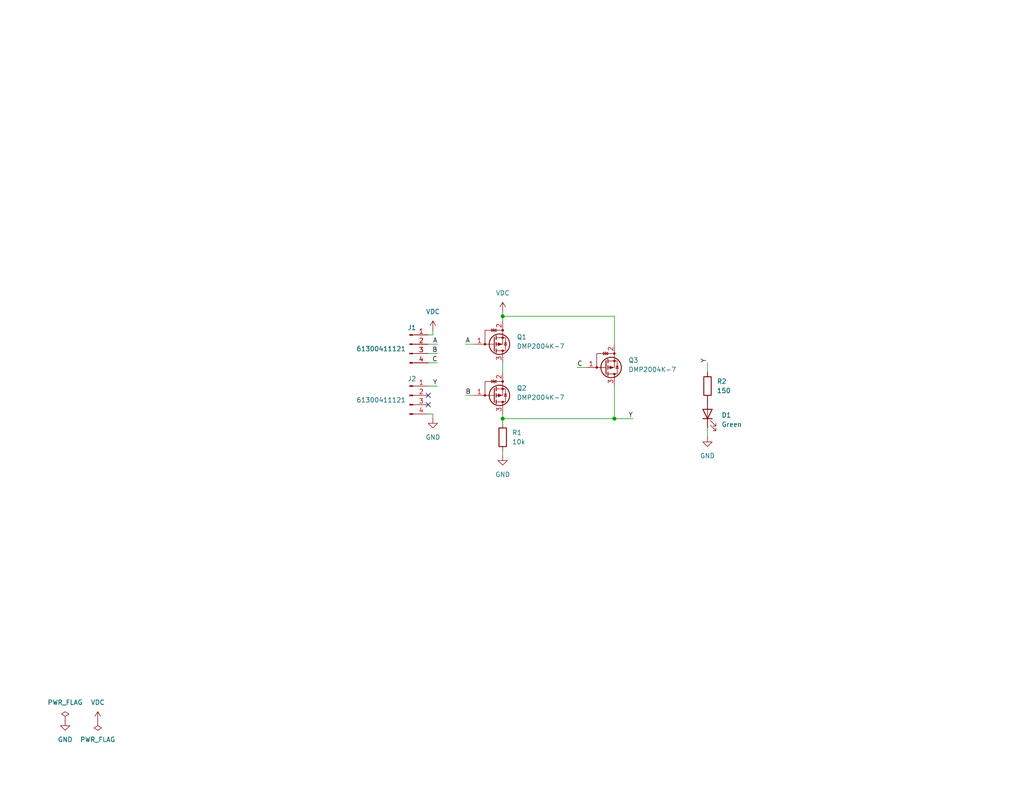
<source format=kicad_sch>
(kicad_sch
	(version 20250114)
	(generator "eeschema")
	(generator_version "9.0")
	(uuid "d7c5b3c9-994f-4e40-bfb0-c7e3778f008f")
	(paper "USLetter")
	(title_block
		(title "OAI")
		(date "2025-04-12")
		(rev "1")
	)
	(lib_symbols
		(symbol "Connector:Conn_01x04_Pin"
			(pin_names
				(offset 1.016)
				(hide yes)
			)
			(exclude_from_sim no)
			(in_bom yes)
			(on_board yes)
			(property "Reference" "J"
				(at 0 5.08 0)
				(effects
					(font
						(size 1.27 1.27)
					)
				)
			)
			(property "Value" "Conn_01x04_Pin"
				(at 0 -7.62 0)
				(effects
					(font
						(size 1.27 1.27)
					)
				)
			)
			(property "Footprint" ""
				(at 0 0 0)
				(effects
					(font
						(size 1.27 1.27)
					)
					(hide yes)
				)
			)
			(property "Datasheet" "~"
				(at 0 0 0)
				(effects
					(font
						(size 1.27 1.27)
					)
					(hide yes)
				)
			)
			(property "Description" "Generic connector, single row, 01x04, script generated"
				(at 0 0 0)
				(effects
					(font
						(size 1.27 1.27)
					)
					(hide yes)
				)
			)
			(property "ki_locked" ""
				(at 0 0 0)
				(effects
					(font
						(size 1.27 1.27)
					)
				)
			)
			(property "ki_keywords" "connector"
				(at 0 0 0)
				(effects
					(font
						(size 1.27 1.27)
					)
					(hide yes)
				)
			)
			(property "ki_fp_filters" "Connector*:*_1x??_*"
				(at 0 0 0)
				(effects
					(font
						(size 1.27 1.27)
					)
					(hide yes)
				)
			)
			(symbol "Conn_01x04_Pin_1_1"
				(rectangle
					(start 0.8636 2.667)
					(end 0 2.413)
					(stroke
						(width 0.1524)
						(type default)
					)
					(fill
						(type outline)
					)
				)
				(rectangle
					(start 0.8636 0.127)
					(end 0 -0.127)
					(stroke
						(width 0.1524)
						(type default)
					)
					(fill
						(type outline)
					)
				)
				(rectangle
					(start 0.8636 -2.413)
					(end 0 -2.667)
					(stroke
						(width 0.1524)
						(type default)
					)
					(fill
						(type outline)
					)
				)
				(rectangle
					(start 0.8636 -4.953)
					(end 0 -5.207)
					(stroke
						(width 0.1524)
						(type default)
					)
					(fill
						(type outline)
					)
				)
				(polyline
					(pts
						(xy 1.27 2.54) (xy 0.8636 2.54)
					)
					(stroke
						(width 0.1524)
						(type default)
					)
					(fill
						(type none)
					)
				)
				(polyline
					(pts
						(xy 1.27 0) (xy 0.8636 0)
					)
					(stroke
						(width 0.1524)
						(type default)
					)
					(fill
						(type none)
					)
				)
				(polyline
					(pts
						(xy 1.27 -2.54) (xy 0.8636 -2.54)
					)
					(stroke
						(width 0.1524)
						(type default)
					)
					(fill
						(type none)
					)
				)
				(polyline
					(pts
						(xy 1.27 -5.08) (xy 0.8636 -5.08)
					)
					(stroke
						(width 0.1524)
						(type default)
					)
					(fill
						(type none)
					)
				)
				(pin passive line
					(at 5.08 2.54 180)
					(length 3.81)
					(name "Pin_1"
						(effects
							(font
								(size 1.27 1.27)
							)
						)
					)
					(number "1"
						(effects
							(font
								(size 1.27 1.27)
							)
						)
					)
				)
				(pin passive line
					(at 5.08 0 180)
					(length 3.81)
					(name "Pin_2"
						(effects
							(font
								(size 1.27 1.27)
							)
						)
					)
					(number "2"
						(effects
							(font
								(size 1.27 1.27)
							)
						)
					)
				)
				(pin passive line
					(at 5.08 -2.54 180)
					(length 3.81)
					(name "Pin_3"
						(effects
							(font
								(size 1.27 1.27)
							)
						)
					)
					(number "3"
						(effects
							(font
								(size 1.27 1.27)
							)
						)
					)
				)
				(pin passive line
					(at 5.08 -5.08 180)
					(length 3.81)
					(name "Pin_4"
						(effects
							(font
								(size 1.27 1.27)
							)
						)
					)
					(number "4"
						(effects
							(font
								(size 1.27 1.27)
							)
						)
					)
				)
			)
			(embedded_fonts no)
		)
		(symbol "Device:LED"
			(pin_numbers
				(hide yes)
			)
			(pin_names
				(offset 1.016)
				(hide yes)
			)
			(exclude_from_sim no)
			(in_bom yes)
			(on_board yes)
			(property "Reference" "D"
				(at 0 2.54 0)
				(effects
					(font
						(size 1.27 1.27)
					)
				)
			)
			(property "Value" "LED"
				(at 0 -2.54 0)
				(effects
					(font
						(size 1.27 1.27)
					)
				)
			)
			(property "Footprint" ""
				(at 0 0 0)
				(effects
					(font
						(size 1.27 1.27)
					)
					(hide yes)
				)
			)
			(property "Datasheet" "~"
				(at 0 0 0)
				(effects
					(font
						(size 1.27 1.27)
					)
					(hide yes)
				)
			)
			(property "Description" "Light emitting diode"
				(at 0 0 0)
				(effects
					(font
						(size 1.27 1.27)
					)
					(hide yes)
				)
			)
			(property "Sim.Pins" "1=K 2=A"
				(at 0 0 0)
				(effects
					(font
						(size 1.27 1.27)
					)
					(hide yes)
				)
			)
			(property "ki_keywords" "LED diode"
				(at 0 0 0)
				(effects
					(font
						(size 1.27 1.27)
					)
					(hide yes)
				)
			)
			(property "ki_fp_filters" "LED* LED_SMD:* LED_THT:*"
				(at 0 0 0)
				(effects
					(font
						(size 1.27 1.27)
					)
					(hide yes)
				)
			)
			(symbol "LED_0_1"
				(polyline
					(pts
						(xy -3.048 -0.762) (xy -4.572 -2.286) (xy -3.81 -2.286) (xy -4.572 -2.286) (xy -4.572 -1.524)
					)
					(stroke
						(width 0)
						(type default)
					)
					(fill
						(type none)
					)
				)
				(polyline
					(pts
						(xy -1.778 -0.762) (xy -3.302 -2.286) (xy -2.54 -2.286) (xy -3.302 -2.286) (xy -3.302 -1.524)
					)
					(stroke
						(width 0)
						(type default)
					)
					(fill
						(type none)
					)
				)
				(polyline
					(pts
						(xy -1.27 0) (xy 1.27 0)
					)
					(stroke
						(width 0)
						(type default)
					)
					(fill
						(type none)
					)
				)
				(polyline
					(pts
						(xy -1.27 -1.27) (xy -1.27 1.27)
					)
					(stroke
						(width 0.254)
						(type default)
					)
					(fill
						(type none)
					)
				)
				(polyline
					(pts
						(xy 1.27 -1.27) (xy 1.27 1.27) (xy -1.27 0) (xy 1.27 -1.27)
					)
					(stroke
						(width 0.254)
						(type default)
					)
					(fill
						(type none)
					)
				)
			)
			(symbol "LED_1_1"
				(pin passive line
					(at -3.81 0 0)
					(length 2.54)
					(name "K"
						(effects
							(font
								(size 1.27 1.27)
							)
						)
					)
					(number "1"
						(effects
							(font
								(size 1.27 1.27)
							)
						)
					)
				)
				(pin passive line
					(at 3.81 0 180)
					(length 2.54)
					(name "A"
						(effects
							(font
								(size 1.27 1.27)
							)
						)
					)
					(number "2"
						(effects
							(font
								(size 1.27 1.27)
							)
						)
					)
				)
			)
			(embedded_fonts no)
		)
		(symbol "Device:R"
			(pin_numbers
				(hide yes)
			)
			(pin_names
				(offset 0)
			)
			(exclude_from_sim no)
			(in_bom yes)
			(on_board yes)
			(property "Reference" "R"
				(at 2.032 0 90)
				(effects
					(font
						(size 1.27 1.27)
					)
				)
			)
			(property "Value" "R"
				(at 0 0 90)
				(effects
					(font
						(size 1.27 1.27)
					)
				)
			)
			(property "Footprint" ""
				(at -1.778 0 90)
				(effects
					(font
						(size 1.27 1.27)
					)
					(hide yes)
				)
			)
			(property "Datasheet" "~"
				(at 0 0 0)
				(effects
					(font
						(size 1.27 1.27)
					)
					(hide yes)
				)
			)
			(property "Description" "Resistor"
				(at 0 0 0)
				(effects
					(font
						(size 1.27 1.27)
					)
					(hide yes)
				)
			)
			(property "ki_keywords" "R res resistor"
				(at 0 0 0)
				(effects
					(font
						(size 1.27 1.27)
					)
					(hide yes)
				)
			)
			(property "ki_fp_filters" "R_*"
				(at 0 0 0)
				(effects
					(font
						(size 1.27 1.27)
					)
					(hide yes)
				)
			)
			(symbol "R_0_1"
				(rectangle
					(start -1.016 -2.54)
					(end 1.016 2.54)
					(stroke
						(width 0.254)
						(type default)
					)
					(fill
						(type none)
					)
				)
			)
			(symbol "R_1_1"
				(pin passive line
					(at 0 3.81 270)
					(length 1.27)
					(name "~"
						(effects
							(font
								(size 1.27 1.27)
							)
						)
					)
					(number "1"
						(effects
							(font
								(size 1.27 1.27)
							)
						)
					)
				)
				(pin passive line
					(at 0 -3.81 90)
					(length 1.27)
					(name "~"
						(effects
							(font
								(size 1.27 1.27)
							)
						)
					)
					(number "2"
						(effects
							(font
								(size 1.27 1.27)
							)
						)
					)
				)
			)
			(embedded_fonts no)
		)
		(symbol "Logic:DMP2004K-7"
			(pin_names
				(offset 0)
				(hide yes)
			)
			(exclude_from_sim no)
			(in_bom yes)
			(on_board yes)
			(property "Reference" "Q"
				(at 5.08 1.905 0)
				(effects
					(font
						(size 1.27 1.27)
					)
					(justify left)
				)
			)
			(property "Value" "DMP2004K-7"
				(at 5.08 0 0)
				(effects
					(font
						(size 1.27 1.27)
					)
					(justify left)
				)
			)
			(property "Footprint" "Package_TO_SOT_SMD:SOT-23"
				(at 5.08 2.54 0)
				(effects
					(font
						(size 1.27 1.27)
					)
					(hide yes)
				)
			)
			(property "Datasheet" "https://www.diodes.com/assets/Datasheets/ds30933.pdf"
				(at 0 0 0)
				(effects
					(font
						(size 1.27 1.27)
					)
					(hide yes)
				)
			)
			(property "Description" "P-channel enhancement mode MOSFET"
				(at 0 0 0)
				(effects
					(font
						(size 1.27 1.27)
					)
					(hide yes)
				)
			)
			(property "ki_keywords" "transistor PMOS P-MOS P-MOSFET"
				(at 0 0 0)
				(effects
					(font
						(size 1.27 1.27)
					)
					(hide yes)
				)
			)
			(symbol "DMP2004K-7_0_1"
				(polyline
					(pts
						(xy 0.254 1.905) (xy 0.254 -1.905)
					)
					(stroke
						(width 0.254)
						(type default)
					)
					(fill
						(type none)
					)
				)
				(polyline
					(pts
						(xy 0.254 0) (xy -2.54 0)
					)
					(stroke
						(width 0)
						(type default)
					)
					(fill
						(type none)
					)
				)
				(polyline
					(pts
						(xy 0.762 2.286) (xy 0.762 1.27)
					)
					(stroke
						(width 0.254)
						(type default)
					)
					(fill
						(type none)
					)
				)
				(polyline
					(pts
						(xy 0.762 1.778) (xy 3.302 1.778) (xy 3.302 -1.778) (xy 0.762 -1.778)
					)
					(stroke
						(width 0)
						(type default)
					)
					(fill
						(type none)
					)
				)
				(polyline
					(pts
						(xy 0.762 0.508) (xy 0.762 -0.508)
					)
					(stroke
						(width 0.254)
						(type default)
					)
					(fill
						(type none)
					)
				)
				(polyline
					(pts
						(xy 0.762 -1.27) (xy 0.762 -2.286)
					)
					(stroke
						(width 0.254)
						(type default)
					)
					(fill
						(type none)
					)
				)
				(circle
					(center 1.651 0)
					(radius 2.794)
					(stroke
						(width 0.254)
						(type default)
					)
					(fill
						(type none)
					)
				)
				(polyline
					(pts
						(xy 2.286 0) (xy 1.27 0.381) (xy 1.27 -0.381) (xy 2.286 0)
					)
					(stroke
						(width 0)
						(type default)
					)
					(fill
						(type outline)
					)
				)
				(polyline
					(pts
						(xy 2.54 2.54) (xy 2.54 1.778)
					)
					(stroke
						(width 0)
						(type default)
					)
					(fill
						(type none)
					)
				)
				(circle
					(center 2.54 1.778)
					(radius 0.254)
					(stroke
						(width 0)
						(type default)
					)
					(fill
						(type outline)
					)
				)
				(circle
					(center 2.54 -1.778)
					(radius 0.254)
					(stroke
						(width 0)
						(type default)
					)
					(fill
						(type outline)
					)
				)
				(polyline
					(pts
						(xy 2.54 -3.81) (xy -2.286 -3.81) (xy -2.286 0)
					)
					(stroke
						(width 0)
						(type default)
					)
					(fill
						(type none)
					)
				)
				(polyline
					(pts
						(xy 2.54 -3.81) (xy 2.54 0) (xy 0.762 0)
					)
					(stroke
						(width 0)
						(type default)
					)
					(fill
						(type none)
					)
				)
				(polyline
					(pts
						(xy 2.921 -0.381) (xy 3.683 -0.381)
					)
					(stroke
						(width 0)
						(type default)
					)
					(fill
						(type none)
					)
				)
				(polyline
					(pts
						(xy 3.302 -0.381) (xy 2.921 0.254) (xy 3.683 0.254) (xy 3.302 -0.381)
					)
					(stroke
						(width 0)
						(type default)
					)
					(fill
						(type none)
					)
				)
			)
			(symbol "DMP2004K-7_1_1"
				(circle
					(center -2.286 0)
					(radius 0.254)
					(stroke
						(width 0)
						(type default)
					)
					(fill
						(type outline)
					)
				)
				(polyline
					(pts
						(xy 0 -4.318) (xy 0.127 -4.191) (xy 0.127 -3.429) (xy 0.254 -3.302)
					)
					(stroke
						(width 0)
						(type default)
					)
					(fill
						(type none)
					)
				)
				(polyline
					(pts
						(xy 0.127 -3.81) (xy -0.508 -3.429) (xy -0.508 -4.191) (xy 0.127 -3.81)
					)
					(stroke
						(width 0)
						(type default)
					)
					(fill
						(type none)
					)
				)
				(polyline
					(pts
						(xy 0.127 -3.81) (xy 0.762 -4.191) (xy 0.762 -3.429) (xy 0.127 -3.81)
					)
					(stroke
						(width 0)
						(type default)
					)
					(fill
						(type none)
					)
				)
				(circle
					(center 2.54 -3.81)
					(radius 0.254)
					(stroke
						(width 0)
						(type default)
					)
					(fill
						(type outline)
					)
				)
				(pin input line
					(at -5.08 0 0)
					(length 2.54)
					(name "G"
						(effects
							(font
								(size 1.27 1.27)
							)
						)
					)
					(number "1"
						(effects
							(font
								(size 1.27 1.27)
							)
						)
					)
				)
				(pin passive line
					(at 2.54 5.08 270)
					(length 2.54)
					(name "D"
						(effects
							(font
								(size 1.27 1.27)
							)
						)
					)
					(number "3"
						(effects
							(font
								(size 1.27 1.27)
							)
						)
					)
				)
				(pin passive line
					(at 2.54 -6.35 90)
					(length 2.54)
					(name "S"
						(effects
							(font
								(size 1.27 1.27)
							)
						)
					)
					(number "2"
						(effects
							(font
								(size 1.27 1.27)
							)
						)
					)
				)
			)
			(embedded_fonts no)
		)
		(symbol "power:GND"
			(power)
			(pin_numbers
				(hide yes)
			)
			(pin_names
				(offset 0)
				(hide yes)
			)
			(exclude_from_sim no)
			(in_bom yes)
			(on_board yes)
			(property "Reference" "#PWR"
				(at 0 -6.35 0)
				(effects
					(font
						(size 1.27 1.27)
					)
					(hide yes)
				)
			)
			(property "Value" "GND"
				(at 0 -3.81 0)
				(effects
					(font
						(size 1.27 1.27)
					)
				)
			)
			(property "Footprint" ""
				(at 0 0 0)
				(effects
					(font
						(size 1.27 1.27)
					)
					(hide yes)
				)
			)
			(property "Datasheet" ""
				(at 0 0 0)
				(effects
					(font
						(size 1.27 1.27)
					)
					(hide yes)
				)
			)
			(property "Description" "Power symbol creates a global label with name \"GND\" , ground"
				(at 0 0 0)
				(effects
					(font
						(size 1.27 1.27)
					)
					(hide yes)
				)
			)
			(property "ki_keywords" "global power"
				(at 0 0 0)
				(effects
					(font
						(size 1.27 1.27)
					)
					(hide yes)
				)
			)
			(symbol "GND_0_1"
				(polyline
					(pts
						(xy 0 0) (xy 0 -1.27) (xy 1.27 -1.27) (xy 0 -2.54) (xy -1.27 -1.27) (xy 0 -1.27)
					)
					(stroke
						(width 0)
						(type default)
					)
					(fill
						(type none)
					)
				)
			)
			(symbol "GND_1_1"
				(pin power_in line
					(at 0 0 270)
					(length 0)
					(name "~"
						(effects
							(font
								(size 1.27 1.27)
							)
						)
					)
					(number "1"
						(effects
							(font
								(size 1.27 1.27)
							)
						)
					)
				)
			)
			(embedded_fonts no)
		)
		(symbol "power:PWR_FLAG"
			(power)
			(pin_numbers
				(hide yes)
			)
			(pin_names
				(offset 0)
				(hide yes)
			)
			(exclude_from_sim no)
			(in_bom yes)
			(on_board yes)
			(property "Reference" "#FLG"
				(at 0 1.905 0)
				(effects
					(font
						(size 1.27 1.27)
					)
					(hide yes)
				)
			)
			(property "Value" "PWR_FLAG"
				(at 0 3.81 0)
				(effects
					(font
						(size 1.27 1.27)
					)
				)
			)
			(property "Footprint" ""
				(at 0 0 0)
				(effects
					(font
						(size 1.27 1.27)
					)
					(hide yes)
				)
			)
			(property "Datasheet" "~"
				(at 0 0 0)
				(effects
					(font
						(size 1.27 1.27)
					)
					(hide yes)
				)
			)
			(property "Description" "Special symbol for telling ERC where power comes from"
				(at 0 0 0)
				(effects
					(font
						(size 1.27 1.27)
					)
					(hide yes)
				)
			)
			(property "ki_keywords" "flag power"
				(at 0 0 0)
				(effects
					(font
						(size 1.27 1.27)
					)
					(hide yes)
				)
			)
			(symbol "PWR_FLAG_0_0"
				(pin power_out line
					(at 0 0 90)
					(length 0)
					(name "~"
						(effects
							(font
								(size 1.27 1.27)
							)
						)
					)
					(number "1"
						(effects
							(font
								(size 1.27 1.27)
							)
						)
					)
				)
			)
			(symbol "PWR_FLAG_0_1"
				(polyline
					(pts
						(xy 0 0) (xy 0 1.27) (xy -1.016 1.905) (xy 0 2.54) (xy 1.016 1.905) (xy 0 1.27)
					)
					(stroke
						(width 0)
						(type default)
					)
					(fill
						(type none)
					)
				)
			)
			(embedded_fonts no)
		)
		(symbol "power:VDC"
			(power)
			(pin_numbers
				(hide yes)
			)
			(pin_names
				(offset 0)
				(hide yes)
			)
			(exclude_from_sim no)
			(in_bom yes)
			(on_board yes)
			(property "Reference" "#PWR"
				(at 0 -3.81 0)
				(effects
					(font
						(size 1.27 1.27)
					)
					(hide yes)
				)
			)
			(property "Value" "VDC"
				(at 0 3.556 0)
				(effects
					(font
						(size 1.27 1.27)
					)
				)
			)
			(property "Footprint" ""
				(at 0 0 0)
				(effects
					(font
						(size 1.27 1.27)
					)
					(hide yes)
				)
			)
			(property "Datasheet" ""
				(at 0 0 0)
				(effects
					(font
						(size 1.27 1.27)
					)
					(hide yes)
				)
			)
			(property "Description" "Power symbol creates a global label with name \"VDC\""
				(at 0 0 0)
				(effects
					(font
						(size 1.27 1.27)
					)
					(hide yes)
				)
			)
			(property "ki_keywords" "global power"
				(at 0 0 0)
				(effects
					(font
						(size 1.27 1.27)
					)
					(hide yes)
				)
			)
			(symbol "VDC_0_1"
				(polyline
					(pts
						(xy -0.762 1.27) (xy 0 2.54)
					)
					(stroke
						(width 0)
						(type default)
					)
					(fill
						(type none)
					)
				)
				(polyline
					(pts
						(xy 0 2.54) (xy 0.762 1.27)
					)
					(stroke
						(width 0)
						(type default)
					)
					(fill
						(type none)
					)
				)
				(polyline
					(pts
						(xy 0 0) (xy 0 2.54)
					)
					(stroke
						(width 0)
						(type default)
					)
					(fill
						(type none)
					)
				)
			)
			(symbol "VDC_1_1"
				(pin power_in line
					(at 0 0 90)
					(length 0)
					(name "~"
						(effects
							(font
								(size 1.27 1.27)
							)
						)
					)
					(number "1"
						(effects
							(font
								(size 1.27 1.27)
							)
						)
					)
				)
			)
			(embedded_fonts no)
		)
	)
	(junction
		(at 137.16 114.3)
		(diameter 0)
		(color 0 0 0 0)
		(uuid "6b99a8ac-7875-413e-96ad-1230bef2801e")
	)
	(junction
		(at 167.64 114.3)
		(diameter 0)
		(color 0 0 0 0)
		(uuid "8e5d8d88-1667-4447-b577-3f4b91d056af")
	)
	(junction
		(at 137.16 86.36)
		(diameter 0)
		(color 0 0 0 0)
		(uuid "d6b3897a-b93a-483d-a0f6-c12fc1e4a218")
	)
	(no_connect
		(at 116.84 110.49)
		(uuid "2153fc7d-fc40-4a4c-8222-1585ee790564")
	)
	(no_connect
		(at 116.84 107.95)
		(uuid "c08c4485-779c-44d7-8c8f-70719a7f909f")
	)
	(wire
		(pts
			(xy 193.04 99.06) (xy 193.04 101.6)
		)
		(stroke
			(width 0)
			(type default)
		)
		(uuid "0ef7461b-b95a-4356-8b46-7dc9185df3e4")
	)
	(wire
		(pts
			(xy 116.84 113.03) (xy 118.11 113.03)
		)
		(stroke
			(width 0)
			(type default)
		)
		(uuid "10bea4a7-0cb2-404f-a797-879efc44d52a")
	)
	(wire
		(pts
			(xy 116.84 105.41) (xy 119.38 105.41)
		)
		(stroke
			(width 0)
			(type default)
		)
		(uuid "126f0164-491d-4d0e-8064-39bee8d58be8")
	)
	(wire
		(pts
			(xy 167.64 114.3) (xy 137.16 114.3)
		)
		(stroke
			(width 0)
			(type default)
		)
		(uuid "13f2db9d-b071-4d68-a99d-12a93143b940")
	)
	(wire
		(pts
			(xy 137.16 123.19) (xy 137.16 124.46)
		)
		(stroke
			(width 0)
			(type default)
		)
		(uuid "29087d0b-6a33-49c9-beb3-ffebcc87d2a5")
	)
	(wire
		(pts
			(xy 137.16 114.3) (xy 137.16 115.57)
		)
		(stroke
			(width 0)
			(type default)
		)
		(uuid "2c66ee5b-081f-4d46-aba1-fc7bd26f341d")
	)
	(wire
		(pts
			(xy 160.02 100.33) (xy 157.48 100.33)
		)
		(stroke
			(width 0)
			(type default)
		)
		(uuid "4c1639ce-b493-41cc-b661-57b22cd1e249")
	)
	(wire
		(pts
			(xy 137.16 86.36) (xy 137.16 87.63)
		)
		(stroke
			(width 0)
			(type default)
		)
		(uuid "50d43a08-3c69-4ddc-a430-6dfc3d3e5e9b")
	)
	(wire
		(pts
			(xy 137.16 85.09) (xy 137.16 86.36)
		)
		(stroke
			(width 0)
			(type default)
		)
		(uuid "589db533-6b42-461c-b9dd-b7e5b2b8dd1b")
	)
	(wire
		(pts
			(xy 137.16 86.36) (xy 167.64 86.36)
		)
		(stroke
			(width 0)
			(type default)
		)
		(uuid "73dbd091-dbc5-4f67-8d2d-33ca6cfe26f0")
	)
	(wire
		(pts
			(xy 116.84 99.06) (xy 119.38 99.06)
		)
		(stroke
			(width 0)
			(type default)
		)
		(uuid "775b90c0-18ec-4611-8f99-bccbcf3c8587")
	)
	(wire
		(pts
			(xy 129.54 107.95) (xy 127 107.95)
		)
		(stroke
			(width 0)
			(type default)
		)
		(uuid "818f33a9-0ffd-4562-81d6-4d93e2632470")
	)
	(wire
		(pts
			(xy 137.16 113.03) (xy 137.16 114.3)
		)
		(stroke
			(width 0)
			(type default)
		)
		(uuid "82b50a81-1bf6-46d6-a6b4-262947ed6dc7")
	)
	(wire
		(pts
			(xy 172.72 114.3) (xy 167.64 114.3)
		)
		(stroke
			(width 0)
			(type default)
		)
		(uuid "85523855-3600-4987-a3ad-48f793bc010b")
	)
	(wire
		(pts
			(xy 129.54 93.98) (xy 127 93.98)
		)
		(stroke
			(width 0)
			(type default)
		)
		(uuid "8670a398-9703-41f3-8ac5-16e0363eb7af")
	)
	(wire
		(pts
			(xy 118.11 91.44) (xy 118.11 90.17)
		)
		(stroke
			(width 0)
			(type default)
		)
		(uuid "99db364d-8fc8-40d8-94f0-91fbec44f7ae")
	)
	(wire
		(pts
			(xy 116.84 91.44) (xy 118.11 91.44)
		)
		(stroke
			(width 0)
			(type default)
		)
		(uuid "a6583ac9-a6a4-4fa9-92d5-83c33a233f72")
	)
	(wire
		(pts
			(xy 167.64 86.36) (xy 167.64 93.98)
		)
		(stroke
			(width 0)
			(type default)
		)
		(uuid "aa2022e3-5f31-40e3-9d6c-4dcfb0bd9790")
	)
	(wire
		(pts
			(xy 116.84 96.52) (xy 119.38 96.52)
		)
		(stroke
			(width 0)
			(type default)
		)
		(uuid "b8aca551-4da4-4065-922d-0923aaf66422")
	)
	(wire
		(pts
			(xy 116.84 93.98) (xy 119.38 93.98)
		)
		(stroke
			(width 0)
			(type default)
		)
		(uuid "cdb7b895-0e17-40e3-a7aa-893cdb8cbd57")
	)
	(wire
		(pts
			(xy 193.04 116.84) (xy 193.04 119.38)
		)
		(stroke
			(width 0)
			(type default)
		)
		(uuid "cf81ced4-2f59-47e3-9092-05725132b46f")
	)
	(wire
		(pts
			(xy 137.16 99.06) (xy 137.16 101.6)
		)
		(stroke
			(width 0)
			(type default)
		)
		(uuid "e645230a-e161-4c22-8da1-7304b16fa23d")
	)
	(wire
		(pts
			(xy 167.64 105.41) (xy 167.64 114.3)
		)
		(stroke
			(width 0)
			(type default)
		)
		(uuid "f90023d0-cb7d-4115-b98b-323f08d744c4")
	)
	(wire
		(pts
			(xy 118.11 113.03) (xy 118.11 114.3)
		)
		(stroke
			(width 0)
			(type default)
		)
		(uuid "fd4b17f9-b06e-427f-bc02-14207574ce16")
	)
	(label "B"
		(at 127 107.95 0)
		(effects
			(font
				(size 1.27 1.27)
			)
			(justify left bottom)
		)
		(uuid "2648b221-bd81-4324-8bfd-f7e0bd2987ad")
	)
	(label "C"
		(at 119.38 99.06 180)
		(effects
			(font
				(size 1.27 1.27)
			)
			(justify right bottom)
		)
		(uuid "2eafe2e1-dc85-4917-b7c2-0ceba9d74bee")
	)
	(label "Y"
		(at 193.04 99.06 90)
		(effects
			(font
				(size 1.27 1.27)
			)
			(justify left bottom)
		)
		(uuid "52271c02-6e11-40c8-8b34-cef7ac2d703f")
	)
	(label "Y"
		(at 119.38 105.41 180)
		(effects
			(font
				(size 1.27 1.27)
			)
			(justify right bottom)
		)
		(uuid "74df7c85-e06a-44a0-abd5-19c0ffd8d6b3")
	)
	(label "Y"
		(at 172.72 114.3 180)
		(effects
			(font
				(size 1.27 1.27)
			)
			(justify right bottom)
		)
		(uuid "768a0b97-10df-4d54-9394-860deadd8f30")
	)
	(label "A"
		(at 127 93.98 0)
		(effects
			(font
				(size 1.27 1.27)
			)
			(justify left bottom)
		)
		(uuid "9833c1e9-53b5-4ced-956d-a3c518886377")
	)
	(label "C"
		(at 157.48 100.33 0)
		(effects
			(font
				(size 1.27 1.27)
			)
			(justify left bottom)
		)
		(uuid "c0c99713-09fe-4363-98c7-0ebbcd9df5c5")
	)
	(label "B"
		(at 119.38 96.52 180)
		(effects
			(font
				(size 1.27 1.27)
			)
			(justify right bottom)
		)
		(uuid "f8b24045-9522-4f87-a235-56e7714d788b")
	)
	(label "A"
		(at 119.38 93.98 180)
		(effects
			(font
				(size 1.27 1.27)
			)
			(justify right bottom)
		)
		(uuid "fe2703ad-a20d-4c14-90de-8a7f07880cd6")
	)
	(symbol
		(lib_id "power:GND")
		(at 17.78 196.85 0)
		(unit 1)
		(exclude_from_sim no)
		(in_bom yes)
		(on_board yes)
		(dnp no)
		(fields_autoplaced yes)
		(uuid "0c778047-cda1-4a44-964f-aa8072cfd3ad")
		(property "Reference" "#PWR01"
			(at 17.78 203.2 0)
			(effects
				(font
					(size 1.27 1.27)
				)
				(hide yes)
			)
		)
		(property "Value" "GND"
			(at 17.78 201.93 0)
			(effects
				(font
					(size 1.27 1.27)
				)
			)
		)
		(property "Footprint" ""
			(at 17.78 196.85 0)
			(effects
				(font
					(size 1.27 1.27)
				)
				(hide yes)
			)
		)
		(property "Datasheet" ""
			(at 17.78 196.85 0)
			(effects
				(font
					(size 1.27 1.27)
				)
				(hide yes)
			)
		)
		(property "Description" "Power symbol creates a global label with name \"GND\" , ground"
			(at 17.78 196.85 0)
			(effects
				(font
					(size 1.27 1.27)
				)
				(hide yes)
			)
		)
		(pin "1"
			(uuid "cb3a44a7-5795-40de-909e-6b768e9db5ed")
		)
		(instances
			(project "OAI"
				(path "/d7c5b3c9-994f-4e40-bfb0-c7e3778f008f"
					(reference "#PWR01")
					(unit 1)
				)
			)
		)
	)
	(symbol
		(lib_id "power:GND")
		(at 193.04 119.38 0)
		(unit 1)
		(exclude_from_sim no)
		(in_bom yes)
		(on_board yes)
		(dnp no)
		(fields_autoplaced yes)
		(uuid "0d3fdfb4-74af-4252-91d2-118d40a6bf94")
		(property "Reference" "#PWR05"
			(at 193.04 125.73 0)
			(effects
				(font
					(size 1.27 1.27)
				)
				(hide yes)
			)
		)
		(property "Value" "GND"
			(at 193.04 124.46 0)
			(effects
				(font
					(size 1.27 1.27)
				)
			)
		)
		(property "Footprint" ""
			(at 193.04 119.38 0)
			(effects
				(font
					(size 1.27 1.27)
				)
				(hide yes)
			)
		)
		(property "Datasheet" ""
			(at 193.04 119.38 0)
			(effects
				(font
					(size 1.27 1.27)
				)
				(hide yes)
			)
		)
		(property "Description" "Power symbol creates a global label with name \"GND\" , ground"
			(at 193.04 119.38 0)
			(effects
				(font
					(size 1.27 1.27)
				)
				(hide yes)
			)
		)
		(pin "1"
			(uuid "8c9f19f1-6bef-480e-8cee-8c25dbd762fd")
		)
		(instances
			(project "OAI"
				(path "/d7c5b3c9-994f-4e40-bfb0-c7e3778f008f"
					(reference "#PWR05")
					(unit 1)
				)
			)
		)
	)
	(symbol
		(lib_id "power:VDC")
		(at 118.11 90.17 0)
		(unit 1)
		(exclude_from_sim no)
		(in_bom yes)
		(on_board yes)
		(dnp no)
		(fields_autoplaced yes)
		(uuid "149515ee-c9d9-44d6-9b93-ebdd0984410d")
		(property "Reference" "#PWR03"
			(at 118.11 93.98 0)
			(effects
				(font
					(size 1.27 1.27)
				)
				(hide yes)
			)
		)
		(property "Value" "VDC"
			(at 118.11 85.09 0)
			(effects
				(font
					(size 1.27 1.27)
				)
			)
		)
		(property "Footprint" ""
			(at 118.11 90.17 0)
			(effects
				(font
					(size 1.27 1.27)
				)
				(hide yes)
			)
		)
		(property "Datasheet" ""
			(at 118.11 90.17 0)
			(effects
				(font
					(size 1.27 1.27)
				)
				(hide yes)
			)
		)
		(property "Description" "Power symbol creates a global label with name \"VDC\""
			(at 118.11 90.17 0)
			(effects
				(font
					(size 1.27 1.27)
				)
				(hide yes)
			)
		)
		(pin "1"
			(uuid "8fb06ceb-8122-4ed6-bd24-725e5c3b7dba")
		)
		(instances
			(project "OAI"
				(path "/d7c5b3c9-994f-4e40-bfb0-c7e3778f008f"
					(reference "#PWR03")
					(unit 1)
				)
			)
		)
	)
	(symbol
		(lib_id "Device:LED")
		(at 193.04 113.03 90)
		(unit 1)
		(exclude_from_sim no)
		(in_bom yes)
		(on_board yes)
		(dnp no)
		(fields_autoplaced yes)
		(uuid "266b114a-ea77-453d-97e7-92def4ce7ee2")
		(property "Reference" "D1"
			(at 196.85 113.3474 90)
			(effects
				(font
					(size 1.27 1.27)
				)
				(justify right)
			)
		)
		(property "Value" "Green"
			(at 196.85 115.8874 90)
			(effects
				(font
					(size 1.27 1.27)
				)
				(justify right)
			)
		)
		(property "Footprint" "LED_SMD:LED_0603_1608Metric"
			(at 193.04 113.03 0)
			(effects
				(font
					(size 1.27 1.27)
				)
				(hide yes)
			)
		)
		(property "Datasheet" "https://mm.digikey.com/Volume0/opasdata/d220001/medias/docus/858/LTST-C190GKT.pdf"
			(at 193.04 113.03 0)
			(effects
				(font
					(size 1.27 1.27)
				)
				(hide yes)
			)
		)
		(property "Description" "Green 569nm LED Indication - Discrete 2.1V 0603 (1608 Metric)"
			(at 193.04 113.03 0)
			(effects
				(font
					(size 1.27 1.27)
				)
				(hide yes)
			)
		)
		(property "Sim.Pins" "1=K 2=A"
			(at 193.04 113.03 0)
			(effects
				(font
					(size 1.27 1.27)
				)
				(hide yes)
			)
		)
		(pin "1"
			(uuid "24d3a705-72b5-4191-a85a-67495ed0ae74")
		)
		(pin "2"
			(uuid "9d2fdc80-e14e-48a3-a40c-ab3bc2a247c0")
		)
		(instances
			(project "OAI"
				(path "/d7c5b3c9-994f-4e40-bfb0-c7e3778f008f"
					(reference "D1")
					(unit 1)
				)
			)
		)
	)
	(symbol
		(lib_id "power:GND")
		(at 118.11 114.3 0)
		(unit 1)
		(exclude_from_sim no)
		(in_bom yes)
		(on_board yes)
		(dnp no)
		(fields_autoplaced yes)
		(uuid "43626e90-af4e-4501-b308-9ab9ec30e6eb")
		(property "Reference" "#PWR04"
			(at 118.11 120.65 0)
			(effects
				(font
					(size 1.27 1.27)
				)
				(hide yes)
			)
		)
		(property "Value" "GND"
			(at 118.11 119.38 0)
			(effects
				(font
					(size 1.27 1.27)
				)
			)
		)
		(property "Footprint" ""
			(at 118.11 114.3 0)
			(effects
				(font
					(size 1.27 1.27)
				)
				(hide yes)
			)
		)
		(property "Datasheet" ""
			(at 118.11 114.3 0)
			(effects
				(font
					(size 1.27 1.27)
				)
				(hide yes)
			)
		)
		(property "Description" "Power symbol creates a global label with name \"GND\" , ground"
			(at 118.11 114.3 0)
			(effects
				(font
					(size 1.27 1.27)
				)
				(hide yes)
			)
		)
		(pin "1"
			(uuid "c7b12e6f-c187-4857-aca4-20b8a8856398")
		)
		(instances
			(project "OAI"
				(path "/d7c5b3c9-994f-4e40-bfb0-c7e3778f008f"
					(reference "#PWR04")
					(unit 1)
				)
			)
		)
	)
	(symbol
		(lib_id "Device:R")
		(at 137.16 119.38 0)
		(unit 1)
		(exclude_from_sim no)
		(in_bom yes)
		(on_board yes)
		(dnp no)
		(fields_autoplaced yes)
		(uuid "710b8450-1598-42ad-9d55-5503f08d5d08")
		(property "Reference" "R1"
			(at 139.7 118.1099 0)
			(effects
				(font
					(size 1.27 1.27)
				)
				(justify left)
			)
		)
		(property "Value" "10k"
			(at 139.7 120.6499 0)
			(effects
				(font
					(size 1.27 1.27)
				)
				(justify left)
			)
		)
		(property "Footprint" "Resistor_SMD:R_0603_1608Metric"
			(at 135.382 119.38 90)
			(effects
				(font
					(size 1.27 1.27)
				)
				(hide yes)
			)
		)
		(property "Datasheet" "https://www.yageo.com/upload/media/product/products/datasheet/rchip/PYu-RC_Group_51_RoHS_L_12.pdf"
			(at 137.16 119.38 0)
			(effects
				(font
					(size 1.27 1.27)
				)
				(hide yes)
			)
		)
		(property "Description" "10 kOhms ±1% 0.1W, 1/10W Chip Resistor 0603"
			(at 137.16 119.38 0)
			(effects
				(font
					(size 1.27 1.27)
				)
				(hide yes)
			)
		)
		(pin "2"
			(uuid "a0ff4f5e-6c3a-4420-837c-419cc836fe37")
		)
		(pin "1"
			(uuid "ec2e8226-d4c3-4470-8d81-24e5db00e786")
		)
		(instances
			(project "OAI"
				(path "/d7c5b3c9-994f-4e40-bfb0-c7e3778f008f"
					(reference "R1")
					(unit 1)
				)
			)
		)
	)
	(symbol
		(lib_id "power:PWR_FLAG")
		(at 26.67 196.85 180)
		(unit 1)
		(exclude_from_sim no)
		(in_bom yes)
		(on_board yes)
		(dnp no)
		(fields_autoplaced yes)
		(uuid "73ead60b-9bb0-4315-afde-b46ce3cd7a5c")
		(property "Reference" "#FLG02"
			(at 26.67 198.755 0)
			(effects
				(font
					(size 1.27 1.27)
				)
				(hide yes)
			)
		)
		(property "Value" "PWR_FLAG"
			(at 26.67 201.93 0)
			(effects
				(font
					(size 1.27 1.27)
				)
			)
		)
		(property "Footprint" ""
			(at 26.67 196.85 0)
			(effects
				(font
					(size 1.27 1.27)
				)
				(hide yes)
			)
		)
		(property "Datasheet" "~"
			(at 26.67 196.85 0)
			(effects
				(font
					(size 1.27 1.27)
				)
				(hide yes)
			)
		)
		(property "Description" "Special symbol for telling ERC where power comes from"
			(at 26.67 196.85 0)
			(effects
				(font
					(size 1.27 1.27)
				)
				(hide yes)
			)
		)
		(pin "1"
			(uuid "1373b75a-55fa-49ff-8091-3335bc58fb1a")
		)
		(instances
			(project "OAI"
				(path "/d7c5b3c9-994f-4e40-bfb0-c7e3778f008f"
					(reference "#FLG02")
					(unit 1)
				)
			)
		)
	)
	(symbol
		(lib_id "Logic:DMP2004K-7")
		(at 165.1 100.33 0)
		(mirror x)
		(unit 1)
		(exclude_from_sim no)
		(in_bom yes)
		(on_board yes)
		(dnp no)
		(uuid "77d003a9-da3c-48d4-9066-da938dc40e6c")
		(property "Reference" "Q3"
			(at 171.45 98.3614 0)
			(effects
				(font
					(size 1.27 1.27)
				)
				(justify left)
			)
		)
		(property "Value" "DMP2004K-7"
			(at 171.45 100.9014 0)
			(effects
				(font
					(size 1.27 1.27)
				)
				(justify left)
			)
		)
		(property "Footprint" "Package_TO_SOT_SMD:SOT-23"
			(at 170.18 102.87 0)
			(effects
				(font
					(size 1.27 1.27)
				)
				(hide yes)
			)
		)
		(property "Datasheet" "https://www.diodes.com/assets/Datasheets/ds30933.pdf"
			(at 165.1 100.33 0)
			(effects
				(font
					(size 1.27 1.27)
				)
				(hide yes)
			)
		)
		(property "Description" "P-channel enhancement mode MOSFET"
			(at 165.1 100.33 0)
			(effects
				(font
					(size 1.27 1.27)
				)
				(hide yes)
			)
		)
		(pin "1"
			(uuid "cd8fa658-01c9-46c9-b783-415e94592008")
		)
		(pin "3"
			(uuid "f4bc77ef-4a06-4da2-af48-5d592525358d")
		)
		(pin "2"
			(uuid "eb70bd5e-4e55-402e-88a0-6305f806c376")
		)
		(instances
			(project "OAI"
				(path "/d7c5b3c9-994f-4e40-bfb0-c7e3778f008f"
					(reference "Q3")
					(unit 1)
				)
			)
		)
	)
	(symbol
		(lib_id "Device:R")
		(at 193.04 105.41 0)
		(unit 1)
		(exclude_from_sim no)
		(in_bom yes)
		(on_board yes)
		(dnp no)
		(fields_autoplaced yes)
		(uuid "78c79cbc-e337-4fd0-94f3-20e4c304053b")
		(property "Reference" "R2"
			(at 195.58 104.1399 0)
			(effects
				(font
					(size 1.27 1.27)
				)
				(justify left)
			)
		)
		(property "Value" "150"
			(at 195.58 106.6799 0)
			(effects
				(font
					(size 1.27 1.27)
				)
				(justify left)
			)
		)
		(property "Footprint" "Resistor_SMD:R_0603_1608Metric"
			(at 191.262 105.41 90)
			(effects
				(font
					(size 1.27 1.27)
				)
				(hide yes)
			)
		)
		(property "Datasheet" "https://fscdn.rohm.com/en/products/databook/datasheet/passive/resistor/chip_resistor/esr-e.pdf"
			(at 193.04 105.41 0)
			(effects
				(font
					(size 1.27 1.27)
				)
				(hide yes)
			)
		)
		(property "Description" "150 Ohms ±5% 0.25W, 1/4W Chip Resistor 0603 (1608 Metric)"
			(at 193.04 105.41 0)
			(effects
				(font
					(size 1.27 1.27)
				)
				(hide yes)
			)
		)
		(pin "2"
			(uuid "42626a2c-f899-4393-bafa-cb1bb136bcf1")
		)
		(pin "1"
			(uuid "81f456e9-1028-4ac0-979a-c126bf138a4b")
		)
		(instances
			(project "OAI"
				(path "/d7c5b3c9-994f-4e40-bfb0-c7e3778f008f"
					(reference "R2")
					(unit 1)
				)
			)
		)
	)
	(symbol
		(lib_id "power:PWR_FLAG")
		(at 17.78 196.85 0)
		(unit 1)
		(exclude_from_sim no)
		(in_bom yes)
		(on_board yes)
		(dnp no)
		(fields_autoplaced yes)
		(uuid "85f8903a-5da1-4208-b567-f6932c2512a3")
		(property "Reference" "#FLG01"
			(at 17.78 194.945 0)
			(effects
				(font
					(size 1.27 1.27)
				)
				(hide yes)
			)
		)
		(property "Value" "PWR_FLAG"
			(at 17.78 191.77 0)
			(effects
				(font
					(size 1.27 1.27)
				)
			)
		)
		(property "Footprint" ""
			(at 17.78 196.85 0)
			(effects
				(font
					(size 1.27 1.27)
				)
				(hide yes)
			)
		)
		(property "Datasheet" "~"
			(at 17.78 196.85 0)
			(effects
				(font
					(size 1.27 1.27)
				)
				(hide yes)
			)
		)
		(property "Description" "Special symbol for telling ERC where power comes from"
			(at 17.78 196.85 0)
			(effects
				(font
					(size 1.27 1.27)
				)
				(hide yes)
			)
		)
		(pin "1"
			(uuid "77dd4d3e-c212-4613-b13f-77e570d76f0a")
		)
		(instances
			(project "OAI"
				(path "/d7c5b3c9-994f-4e40-bfb0-c7e3778f008f"
					(reference "#FLG01")
					(unit 1)
				)
			)
		)
	)
	(symbol
		(lib_id "power:VDC")
		(at 137.16 85.09 0)
		(unit 1)
		(exclude_from_sim no)
		(in_bom yes)
		(on_board yes)
		(dnp no)
		(fields_autoplaced yes)
		(uuid "9dc828ac-1b30-44b9-918a-ad7ade116661")
		(property "Reference" "#PWR07"
			(at 137.16 88.9 0)
			(effects
				(font
					(size 1.27 1.27)
				)
				(hide yes)
			)
		)
		(property "Value" "VDC"
			(at 137.16 80.01 0)
			(effects
				(font
					(size 1.27 1.27)
				)
			)
		)
		(property "Footprint" ""
			(at 137.16 85.09 0)
			(effects
				(font
					(size 1.27 1.27)
				)
				(hide yes)
			)
		)
		(property "Datasheet" ""
			(at 137.16 85.09 0)
			(effects
				(font
					(size 1.27 1.27)
				)
				(hide yes)
			)
		)
		(property "Description" "Power symbol creates a global label with name \"VDC\""
			(at 137.16 85.09 0)
			(effects
				(font
					(size 1.27 1.27)
				)
				(hide yes)
			)
		)
		(pin "1"
			(uuid "d6fe72ef-0c1e-459c-a934-4b449ff91e63")
		)
		(instances
			(project "OAI"
				(path "/d7c5b3c9-994f-4e40-bfb0-c7e3778f008f"
					(reference "#PWR07")
					(unit 1)
				)
			)
		)
	)
	(symbol
		(lib_id "Logic:DMP2004K-7")
		(at 134.62 107.95 0)
		(mirror x)
		(unit 1)
		(exclude_from_sim no)
		(in_bom yes)
		(on_board yes)
		(dnp no)
		(uuid "c5e24099-72f1-4d5c-b3ae-fd6816ad249a")
		(property "Reference" "Q2"
			(at 140.97 105.9814 0)
			(effects
				(font
					(size 1.27 1.27)
				)
				(justify left)
			)
		)
		(property "Value" "DMP2004K-7"
			(at 140.97 108.5214 0)
			(effects
				(font
					(size 1.27 1.27)
				)
				(justify left)
			)
		)
		(property "Footprint" "Package_TO_SOT_SMD:SOT-23"
			(at 139.7 110.49 0)
			(effects
				(font
					(size 1.27 1.27)
				)
				(hide yes)
			)
		)
		(property "Datasheet" "https://www.diodes.com/assets/Datasheets/ds30933.pdf"
			(at 134.62 107.95 0)
			(effects
				(font
					(size 1.27 1.27)
				)
				(hide yes)
			)
		)
		(property "Description" "P-channel enhancement mode MOSFET"
			(at 134.62 107.95 0)
			(effects
				(font
					(size 1.27 1.27)
				)
				(hide yes)
			)
		)
		(pin "1"
			(uuid "2d823c5c-d95f-4d6c-afc8-70eebccdac1b")
		)
		(pin "3"
			(uuid "3256faf4-e01b-4f9a-8ec1-28f79e9173a4")
		)
		(pin "2"
			(uuid "2cc0a55b-e934-4278-8b4f-4703516aabab")
		)
		(instances
			(project "OAI"
				(path "/d7c5b3c9-994f-4e40-bfb0-c7e3778f008f"
					(reference "Q2")
					(unit 1)
				)
			)
		)
	)
	(symbol
		(lib_id "power:VDC")
		(at 26.67 196.85 0)
		(unit 1)
		(exclude_from_sim no)
		(in_bom yes)
		(on_board yes)
		(dnp no)
		(fields_autoplaced yes)
		(uuid "cf8396fb-27ce-4bf2-bd19-1302467a1f1b")
		(property "Reference" "#PWR02"
			(at 26.67 200.66 0)
			(effects
				(font
					(size 1.27 1.27)
				)
				(hide yes)
			)
		)
		(property "Value" "VDC"
			(at 26.67 191.77 0)
			(effects
				(font
					(size 1.27 1.27)
				)
			)
		)
		(property "Footprint" ""
			(at 26.67 196.85 0)
			(effects
				(font
					(size 1.27 1.27)
				)
				(hide yes)
			)
		)
		(property "Datasheet" ""
			(at 26.67 196.85 0)
			(effects
				(font
					(size 1.27 1.27)
				)
				(hide yes)
			)
		)
		(property "Description" "Power symbol creates a global label with name \"VDC\""
			(at 26.67 196.85 0)
			(effects
				(font
					(size 1.27 1.27)
				)
				(hide yes)
			)
		)
		(pin "1"
			(uuid "fb57078a-45f9-4ad9-8dd1-a068d8fab9ce")
		)
		(instances
			(project "OAI"
				(path "/d7c5b3c9-994f-4e40-bfb0-c7e3778f008f"
					(reference "#PWR02")
					(unit 1)
				)
			)
		)
	)
	(symbol
		(lib_id "Connector:Conn_01x04_Pin")
		(at 111.76 93.98 0)
		(unit 1)
		(exclude_from_sim no)
		(in_bom yes)
		(on_board yes)
		(dnp no)
		(uuid "d0e729a7-b3ed-4e7f-8dac-56a68fed62f1")
		(property "Reference" "J1"
			(at 112.395 90.17 0)
			(effects
				(font
					(size 1.27 1.27)
				)
				(justify bottom)
			)
		)
		(property "Value" "61300411121"
			(at 110.744 95.25 0)
			(effects
				(font
					(size 1.27 1.27)
				)
				(justify right)
			)
		)
		(property "Footprint" "Logic:PinHeader_1x04_P2.54mm_Vertical_Top"
			(at 111.76 93.98 0)
			(effects
				(font
					(size 1.27 1.27)
				)
				(hide yes)
			)
		)
		(property "Datasheet" "https://www.we-online.com/components/products/datasheet/61300411121.pdf"
			(at 111.76 93.98 0)
			(effects
				(font
					(size 1.27 1.27)
				)
				(hide yes)
			)
		)
		(property "Description" "Connector Header Through Hole 4 position 0.100\" (2.54mm)"
			(at 111.76 93.98 0)
			(effects
				(font
					(size 1.27 1.27)
				)
				(hide yes)
			)
		)
		(pin "1"
			(uuid "3c391776-0ffa-4a3e-9664-d496de290f61")
		)
		(pin "3"
			(uuid "3f202f81-db52-4468-85c9-e0df0f2bd644")
		)
		(pin "2"
			(uuid "6bd6dc1e-89ea-4466-b4e7-80a6983efa22")
		)
		(pin "4"
			(uuid "e742e11b-a9c7-47d6-97a0-c684752feb88")
		)
		(instances
			(project "OAI"
				(path "/d7c5b3c9-994f-4e40-bfb0-c7e3778f008f"
					(reference "J1")
					(unit 1)
				)
			)
		)
	)
	(symbol
		(lib_id "Connector:Conn_01x04_Pin")
		(at 111.76 107.95 0)
		(unit 1)
		(exclude_from_sim no)
		(in_bom yes)
		(on_board yes)
		(dnp no)
		(uuid "d1260533-6bce-4a50-a015-0b1111345600")
		(property "Reference" "J2"
			(at 112.395 104.14 0)
			(effects
				(font
					(size 1.27 1.27)
				)
				(justify bottom)
			)
		)
		(property "Value" "61300411121"
			(at 110.744 109.22 0)
			(effects
				(font
					(size 1.27 1.27)
				)
				(justify right)
			)
		)
		(property "Footprint" "Logic:PinHeader_1x04_P2.54mm_Vertical_Bottom"
			(at 111.76 107.95 0)
			(effects
				(font
					(size 1.27 1.27)
				)
				(hide yes)
			)
		)
		(property "Datasheet" "https://www.we-online.com/components/products/datasheet/61300411121.pdf"
			(at 111.76 107.95 0)
			(effects
				(font
					(size 1.27 1.27)
				)
				(hide yes)
			)
		)
		(property "Description" "Connector Header Through Hole 4 position 0.100\" (2.54mm)"
			(at 111.76 107.95 0)
			(effects
				(font
					(size 1.27 1.27)
				)
				(hide yes)
			)
		)
		(pin "1"
			(uuid "bc49bcfa-c5ef-4cb7-a7a7-824578977dbf")
		)
		(pin "3"
			(uuid "26b59f25-0548-428a-941e-13f1d33e9440")
		)
		(pin "2"
			(uuid "3389f259-0019-4006-8395-d06a2cd07c72")
		)
		(pin "4"
			(uuid "ed8184c9-af17-44f3-9ecc-99214de0a08d")
		)
		(instances
			(project "OAI"
				(path "/d7c5b3c9-994f-4e40-bfb0-c7e3778f008f"
					(reference "J2")
					(unit 1)
				)
			)
		)
	)
	(symbol
		(lib_id "power:GND")
		(at 137.16 124.46 0)
		(unit 1)
		(exclude_from_sim no)
		(in_bom yes)
		(on_board yes)
		(dnp no)
		(fields_autoplaced yes)
		(uuid "e601970d-e7be-408a-ac53-e6bfc577a121")
		(property "Reference" "#PWR06"
			(at 137.16 130.81 0)
			(effects
				(font
					(size 1.27 1.27)
				)
				(hide yes)
			)
		)
		(property "Value" "GND"
			(at 137.16 129.54 0)
			(effects
				(font
					(size 1.27 1.27)
				)
			)
		)
		(property "Footprint" ""
			(at 137.16 124.46 0)
			(effects
				(font
					(size 1.27 1.27)
				)
				(hide yes)
			)
		)
		(property "Datasheet" ""
			(at 137.16 124.46 0)
			(effects
				(font
					(size 1.27 1.27)
				)
				(hide yes)
			)
		)
		(property "Description" "Power symbol creates a global label with name \"GND\" , ground"
			(at 137.16 124.46 0)
			(effects
				(font
					(size 1.27 1.27)
				)
				(hide yes)
			)
		)
		(pin "1"
			(uuid "295c8cea-d8bc-4828-aa18-8a8ecf2e6ebc")
		)
		(instances
			(project "OAI"
				(path "/d7c5b3c9-994f-4e40-bfb0-c7e3778f008f"
					(reference "#PWR06")
					(unit 1)
				)
			)
		)
	)
	(symbol
		(lib_id "Logic:DMP2004K-7")
		(at 134.62 93.98 0)
		(mirror x)
		(unit 1)
		(exclude_from_sim no)
		(in_bom yes)
		(on_board yes)
		(dnp no)
		(uuid "e7a38222-1c50-408b-a820-222fa7becb13")
		(property "Reference" "Q1"
			(at 140.97 92.0114 0)
			(effects
				(font
					(size 1.27 1.27)
				)
				(justify left)
			)
		)
		(property "Value" "DMP2004K-7"
			(at 140.97 94.5514 0)
			(effects
				(font
					(size 1.27 1.27)
				)
				(justify left)
			)
		)
		(property "Footprint" "Package_TO_SOT_SMD:SOT-23"
			(at 139.7 96.52 0)
			(effects
				(font
					(size 1.27 1.27)
				)
				(hide yes)
			)
		)
		(property "Datasheet" "https://www.diodes.com/assets/Datasheets/ds30933.pdf"
			(at 134.62 93.98 0)
			(effects
				(font
					(size 1.27 1.27)
				)
				(hide yes)
			)
		)
		(property "Description" "P-channel enhancement mode MOSFET"
			(at 134.62 93.98 0)
			(effects
				(font
					(size 1.27 1.27)
				)
				(hide yes)
			)
		)
		(pin "1"
			(uuid "a8233aeb-5a1a-4d1f-aff4-987649122d47")
		)
		(pin "3"
			(uuid "9e4a2f86-4139-4c76-ab42-3ea8ecff04c6")
		)
		(pin "2"
			(uuid "43a971d7-a397-4264-a6d7-f892fdd3d737")
		)
		(instances
			(project "OAI"
				(path "/d7c5b3c9-994f-4e40-bfb0-c7e3778f008f"
					(reference "Q1")
					(unit 1)
				)
			)
		)
	)
	(sheet_instances
		(path "/"
			(page "1")
		)
	)
	(embedded_fonts no)
	(embedded_files
		(file
			(name "Simple Sheet.kicad_wks")
			(type worksheet)
			(data |KLUv/WATB8UQAPbYTiAQtRtqMSSdbV9NZNpN0B9pcXyfWiIhknMYYEUEQDBwOEcAPwBFAHd+mM+4
				V6iairz5joK8Uq9QUc0+ouGH/AkAQEAAet7DSCkmzEQ7x3jgxNf+vF5dU1B0t0FGydXS8PqHAAgI
				wg4I002OdggBPx30e71ey73HkePU4ay3sXtPn33z3FWPvZMn/urfZznJkrvqVXPs5r/zw2li/2Z9
				zu9n/+0G2t9o6I3NlWoCsbupAycUpUuzGpjLkmUYacAM/9m494quf3WORRn6oYdTSW5LJCuO27bF
				NhAAX22muZIcWnDqiT/kv30VDZXkWIlCl6s0AUEBIeXi8NAsinZdj+zdNwaqO2JJLgjmoA6OevMp
				J6jEBdEwzXuqLRYT//yuzfB1cFIWsSsXxaKMaNZ5duODlEywDLtclY9XOF6g8UClIBoSKUiSFDpw
				RMQGqw4QBsKHeJ55AQhE3gjPYXAvikUgvEa5VoYB0zP8l8HLhfajucwOF54EeWmE4woLl5L+IARH
				4JkXFtoEotfEQH5g/9U/BzGsRInszOyBel7DOA018UNDSZudPOyVS/RqAR211QwBQrSHlBeFCr13
				AB/0/pj3wRoBmSIs0brj33tp2rSOT5s48DnUk9IDn5pwIQ8Mcq1D4pSHl63ogfrV4XCAI3IZ6TIn
				JTfpLcvLZSLBTvyOvUavpjppF279E46HqJ+MNCAdg1cF|
			)
			(checksum "86415F3213CB9B4651533CCE06D6A73F")
		)
	)
)

</source>
